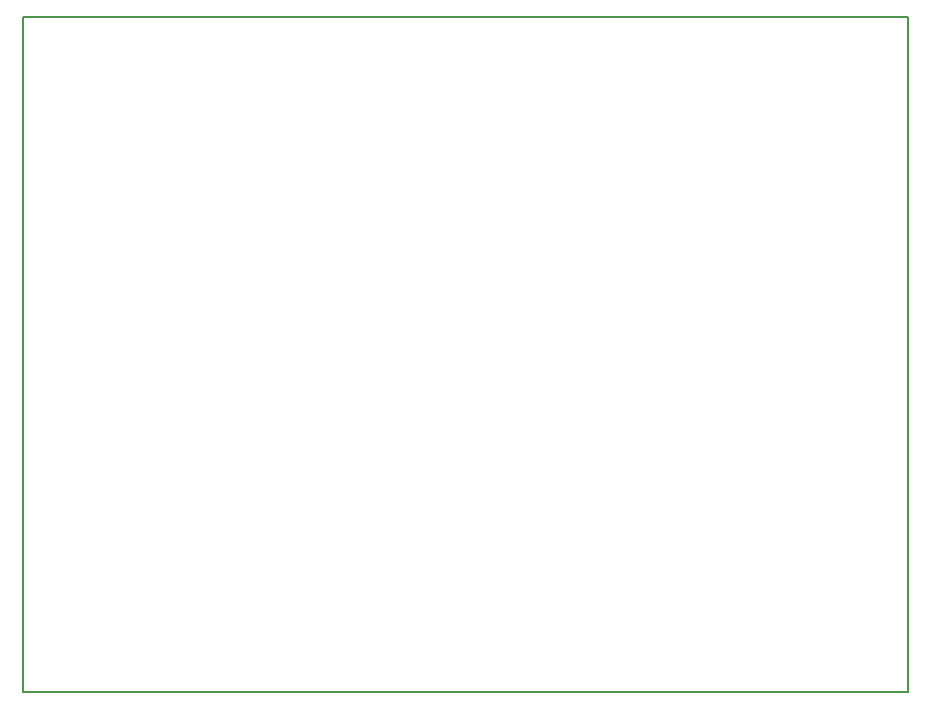
<source format=gko>
G04 DipTrace 3.2.0.1*
G04 BoardOutline.gko*
%MOIN*%
G04 #@! TF.FileFunction,Profile*
G04 #@! TF.Part,Single*
%ADD11C,0.005512*%
%FSLAX26Y26*%
G04*
G70*
G90*
G75*
G01*
G04 BoardOutline*
%LPD*%
X393701Y393701D2*
D11*
X3343701D1*
Y2643701D1*
X393701D1*
Y2443701D1*
Y393701D1*
M02*

</source>
